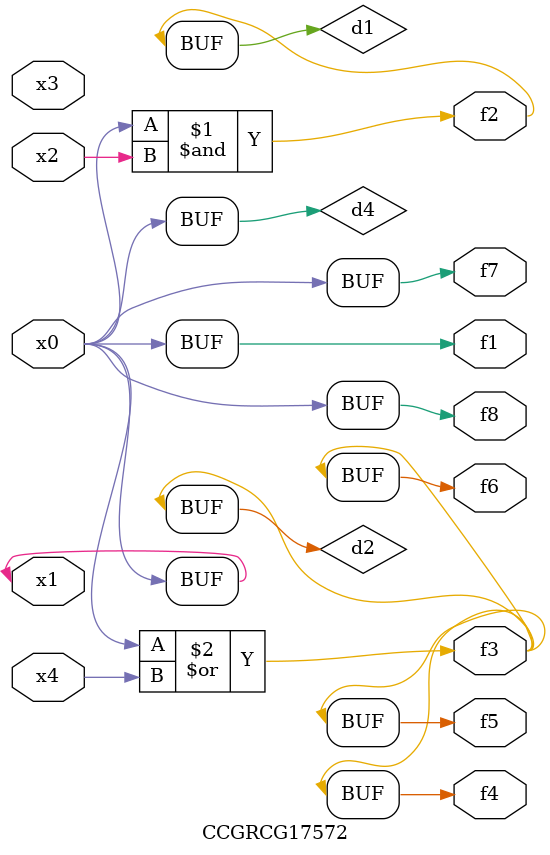
<source format=v>
module CCGRCG17572(
	input x0, x1, x2, x3, x4,
	output f1, f2, f3, f4, f5, f6, f7, f8
);

	wire d1, d2, d3, d4;

	and (d1, x0, x2);
	or (d2, x0, x4);
	nand (d3, x0, x2);
	buf (d4, x0, x1);
	assign f1 = d4;
	assign f2 = d1;
	assign f3 = d2;
	assign f4 = d2;
	assign f5 = d2;
	assign f6 = d2;
	assign f7 = d4;
	assign f8 = d4;
endmodule

</source>
